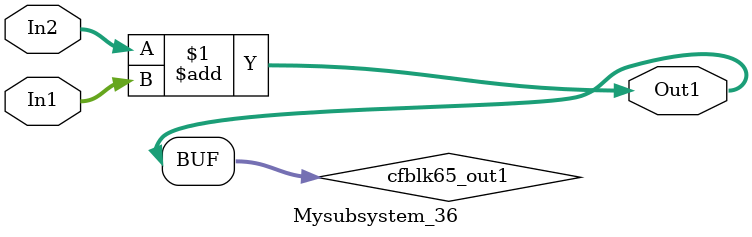
<source format=v>



`timescale 1 ns / 1 ns

module Mysubsystem_36
          (In1,
           In2,
           Out1);


  input   [7:0] In1;  // uint8
  input   [7:0] In2;  // uint8
  output  [7:0] Out1;  // uint8


  wire [7:0] cfblk65_out1;  // uint8


  assign cfblk65_out1 = In2 + In1;



  assign Out1 = cfblk65_out1;

endmodule  // Mysubsystem_36


</source>
